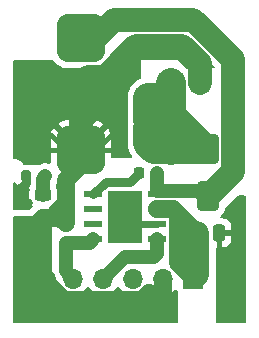
<source format=gbr>
%TF.GenerationSoftware,KiCad,Pcbnew,7.0.9*%
%TF.CreationDate,2024-06-25T19:37:56+09:00*%
%TF.ProjectId,08-REG_mod,30382d52-4547-45f6-9d6f-642e6b696361,rev?*%
%TF.SameCoordinates,Original*%
%TF.FileFunction,Copper,L1,Top*%
%TF.FilePolarity,Positive*%
%FSLAX46Y46*%
G04 Gerber Fmt 4.6, Leading zero omitted, Abs format (unit mm)*
G04 Created by KiCad (PCBNEW 7.0.9) date 2024-06-25 19:37:56*
%MOMM*%
%LPD*%
G01*
G04 APERTURE LIST*
G04 Aperture macros list*
%AMRoundRect*
0 Rectangle with rounded corners*
0 $1 Rounding radius*
0 $2 $3 $4 $5 $6 $7 $8 $9 X,Y pos of 4 corners*
0 Add a 4 corners polygon primitive as box body*
4,1,4,$2,$3,$4,$5,$6,$7,$8,$9,$2,$3,0*
0 Add four circle primitives for the rounded corners*
1,1,$1+$1,$2,$3*
1,1,$1+$1,$4,$5*
1,1,$1+$1,$6,$7*
1,1,$1+$1,$8,$9*
0 Add four rect primitives between the rounded corners*
20,1,$1+$1,$2,$3,$4,$5,0*
20,1,$1+$1,$4,$5,$6,$7,0*
20,1,$1+$1,$6,$7,$8,$9,0*
20,1,$1+$1,$8,$9,$2,$3,0*%
G04 Aperture macros list end*
%TA.AperFunction,SMDPad,CuDef*%
%ADD10RoundRect,0.250000X0.650000X-1.000000X0.650000X1.000000X-0.650000X1.000000X-0.650000X-1.000000X0*%
%TD*%
%TA.AperFunction,SMDPad,CuDef*%
%ADD11R,1.550000X0.600000*%
%TD*%
%TA.AperFunction,ComponentPad*%
%ADD12C,0.600000*%
%TD*%
%TA.AperFunction,SMDPad,CuDef*%
%ADD13R,2.600000X3.100000*%
%TD*%
%TA.AperFunction,SMDPad,CuDef*%
%ADD14R,2.950000X4.500000*%
%TD*%
%TA.AperFunction,SMDPad,CuDef*%
%ADD15RoundRect,0.250000X-0.250000X-0.475000X0.250000X-0.475000X0.250000X0.475000X-0.250000X0.475000X0*%
%TD*%
%TA.AperFunction,SMDPad,CuDef*%
%ADD16RoundRect,0.200000X-0.275000X0.200000X-0.275000X-0.200000X0.275000X-0.200000X0.275000X0.200000X0*%
%TD*%
%TA.AperFunction,SMDPad,CuDef*%
%ADD17RoundRect,0.225000X-0.225000X-0.250000X0.225000X-0.250000X0.225000X0.250000X-0.225000X0.250000X0*%
%TD*%
%TA.AperFunction,SMDPad,CuDef*%
%ADD18RoundRect,0.243750X-0.456250X0.243750X-0.456250X-0.243750X0.456250X-0.243750X0.456250X0.243750X0*%
%TD*%
%TA.AperFunction,SMDPad,CuDef*%
%ADD19RoundRect,0.200000X0.200000X0.275000X-0.200000X0.275000X-0.200000X-0.275000X0.200000X-0.275000X0*%
%TD*%
%TA.AperFunction,SMDPad,CuDef*%
%ADD20RoundRect,1.025000X1.025000X-1.025000X1.025000X1.025000X-1.025000X1.025000X-1.025000X-1.025000X0*%
%TD*%
%TA.AperFunction,ComponentPad*%
%ADD21R,1.600000X1.600000*%
%TD*%
%TA.AperFunction,ComponentPad*%
%ADD22C,1.600000*%
%TD*%
%TA.AperFunction,ComponentPad*%
%ADD23R,1.700000X1.700000*%
%TD*%
%TA.AperFunction,ComponentPad*%
%ADD24O,1.700000X1.700000*%
%TD*%
%TA.AperFunction,ViaPad*%
%ADD25C,0.800000*%
%TD*%
%TA.AperFunction,Conductor*%
%ADD26C,1.500000*%
%TD*%
%TA.AperFunction,Conductor*%
%ADD27C,2.000000*%
%TD*%
%TA.AperFunction,Conductor*%
%ADD28C,2.500000*%
%TD*%
%TA.AperFunction,Conductor*%
%ADD29C,0.800000*%
%TD*%
%TA.AperFunction,Conductor*%
%ADD30C,0.600000*%
%TD*%
%TA.AperFunction,Conductor*%
%ADD31C,0.400000*%
%TD*%
%TA.AperFunction,Conductor*%
%ADD32C,1.200000*%
%TD*%
G04 APERTURE END LIST*
D10*
%TO.P,D1,1,K*%
%TO.N,Net-(D1-K)*%
X119380000Y-71215000D03*
%TO.P,D1,2,A*%
%TO.N,GND*%
X119380000Y-67215000D03*
%TD*%
D11*
%TO.P,U1,1,BOOT*%
%TO.N,Net-(U1-BOOT)*%
X109660000Y-71015000D03*
%TO.P,U1,2,NC*%
%TO.N,unconnected-(U1-NC-Pad2)*%
X109660000Y-72285000D03*
%TO.P,U1,3,NC*%
%TO.N,unconnected-(U1-NC-Pad3)*%
X109660000Y-73555000D03*
%TO.P,U1,4,VSENSE*%
%TO.N,Trim*%
X109660000Y-74825000D03*
%TO.P,U1,5,EN*%
%TO.N,EN*%
X115060000Y-74825000D03*
%TO.P,U1,6,GND*%
%TO.N,GND*%
X115060000Y-73555000D03*
%TO.P,U1,7,VIN*%
%TO.N,VDD*%
X115060000Y-72285000D03*
%TO.P,U1,8,PH*%
%TO.N,Net-(D1-K)*%
X115060000Y-71015000D03*
D12*
%TO.P,U1,9,GNDPAD*%
%TO.N,GND*%
X111760000Y-71120000D03*
X111760000Y-72320000D03*
X111760000Y-73620000D03*
X111760000Y-74720000D03*
D13*
X112360000Y-72920000D03*
D14*
X112360000Y-72920000D03*
D12*
X112960000Y-71120000D03*
X112960000Y-72320000D03*
X112960000Y-73620000D03*
X112960000Y-74720000D03*
%TD*%
D15*
%TO.P,C1,1*%
%TO.N,VDD*%
X118430000Y-74295000D03*
%TO.P,C1,2*%
%TO.N,GND*%
X120330000Y-74295000D03*
%TD*%
D16*
%TO.P,R1,1*%
%TO.N,VOUT*%
X107315000Y-73470000D03*
%TO.P,R1,2*%
%TO.N,Trim*%
X107315000Y-75120000D03*
%TD*%
D17*
%TO.P,C2,1*%
%TO.N,Net-(U1-BOOT)*%
X113525000Y-69215000D03*
%TO.P,C2,2*%
%TO.N,Net-(D1-K)*%
X115075000Y-69215000D03*
%TD*%
D18*
%TO.P,D2,1,K*%
%TO.N,Net-(D2-K)*%
X105410000Y-71120000D03*
%TO.P,D2,2,A*%
%TO.N,VOUT*%
X105410000Y-72995000D03*
%TD*%
D19*
%TO.P,R2,1*%
%TO.N,Net-(D2-K)*%
X105600000Y-69517500D03*
%TO.P,R2,2*%
%TO.N,GND*%
X103950000Y-69517500D03*
%TD*%
D20*
%TO.P,L1,1*%
%TO.N,Net-(D1-K)*%
X108585000Y-57810000D03*
%TO.P,L1,2*%
%TO.N,VOUT*%
X108585000Y-67310000D03*
%TD*%
D21*
%TO.P,C3,1*%
%TO.N,VOUT*%
X118705000Y-61595000D03*
D22*
%TO.P,C3,2*%
%TO.N,GND*%
X116205000Y-61595000D03*
%TD*%
D23*
%TO.P,J1,1,Pin_1*%
%TO.N,VDD*%
X118105000Y-78175000D03*
D24*
%TO.P,J1,2,Pin_2*%
%TO.N,VOUT*%
X115565000Y-78175000D03*
%TO.P,J1,3,Pin_3*%
%TO.N,GND*%
X113025000Y-78175000D03*
%TO.P,J1,4,Pin_4*%
%TO.N,EN*%
X110485000Y-78175000D03*
%TO.P,J1,5,Pin_5*%
%TO.N,Trim*%
X107945000Y-78175000D03*
%TD*%
D25*
%TO.N,GND*%
X116205000Y-65405000D03*
X121920000Y-81280000D03*
X114300000Y-66675000D03*
X114300000Y-62865000D03*
X120650000Y-76835000D03*
X103505000Y-70485000D03*
X121920000Y-75565000D03*
X116205000Y-67310000D03*
X121920000Y-72390000D03*
X114300000Y-64770000D03*
X120650000Y-81280000D03*
X104140000Y-71755000D03*
%TD*%
D26*
%TO.N,VDD*%
X117855000Y-77850000D02*
X116840000Y-76835000D01*
X118430000Y-77850000D02*
X118105000Y-78175000D01*
X115060000Y-72285000D02*
X116420000Y-72285000D01*
X116840000Y-76835000D02*
X116840000Y-72705000D01*
X116420000Y-72285000D02*
X118430000Y-74295000D01*
X118430000Y-77850000D02*
X117855000Y-77850000D01*
X116840000Y-72705000D02*
X116420000Y-72285000D01*
D27*
X118430000Y-74295000D02*
X118430000Y-77850000D01*
D28*
%TO.N,GND*%
X114935000Y-64770000D02*
X114300000Y-65405000D01*
X114935000Y-62865000D02*
X114300000Y-62865000D01*
X116060000Y-67165000D02*
X116205000Y-67310000D01*
D29*
X103950000Y-69517500D02*
X103950000Y-70040000D01*
D28*
X114300000Y-66040000D02*
X114300000Y-66675000D01*
X114300000Y-66040000D02*
X117855000Y-66040000D01*
X114935000Y-64770000D02*
X114935000Y-64770000D01*
X116350000Y-67165000D02*
X119030000Y-67165000D01*
X119030000Y-67215000D02*
X117855000Y-66040000D01*
D30*
X115060000Y-73555000D02*
X113025000Y-73555000D01*
D28*
X114300000Y-64135000D02*
X114300000Y-64135000D01*
X117855000Y-66040000D02*
X116205000Y-64390000D01*
X114790000Y-67165000D02*
X116060000Y-67165000D01*
X114300000Y-64135000D02*
X114300000Y-64770000D01*
X116205000Y-67310000D02*
X116350000Y-67165000D01*
X116205000Y-64390000D02*
X116205000Y-61595000D01*
X114300000Y-66675000D02*
X114790000Y-67165000D01*
D31*
X113025000Y-73555000D02*
X112960000Y-73620000D01*
D28*
X114300000Y-64770000D02*
X114935000Y-64770000D01*
D29*
X103950000Y-70040000D02*
X103505000Y-70485000D01*
D28*
X119030000Y-67165000D02*
X119030000Y-67215000D01*
X114300000Y-62865000D02*
X114300000Y-64135000D01*
X114300000Y-65405000D02*
X114300000Y-66040000D01*
D29*
%TO.N,Net-(U1-BOOT)*%
X110715000Y-69960000D02*
X109660000Y-71015000D01*
X112780000Y-69960000D02*
X110715000Y-69960000D01*
X113525000Y-69215000D02*
X112780000Y-69960000D01*
D32*
%TO.N,Net-(D1-K)*%
X115075000Y-70720000D02*
X115060000Y-70735000D01*
X119380000Y-71215000D02*
X118900000Y-70735000D01*
D27*
X109855000Y-57785000D02*
X111395000Y-56245000D01*
X118110000Y-56245000D02*
X121480000Y-59615000D01*
X111395000Y-56245000D02*
X118110000Y-56245000D01*
X121480000Y-69115000D02*
X119380000Y-71215000D01*
D32*
X118900000Y-70735000D02*
X115060000Y-70735000D01*
X115075000Y-69215000D02*
X115075000Y-70720000D01*
D27*
X109855000Y-57810000D02*
X109855000Y-57785000D01*
X121480000Y-59615000D02*
X121480000Y-69115000D01*
D31*
%TO.N,VOUT*%
X109855000Y-67310000D02*
X111125000Y-66040000D01*
D26*
X115565000Y-80650000D02*
X115050000Y-81165000D01*
X105410000Y-77832032D02*
X105765000Y-78187032D01*
D27*
X117198730Y-58445000D02*
X118705000Y-59951270D01*
D26*
X105765000Y-78187032D02*
X105765000Y-78540585D01*
X105765000Y-78540585D02*
X107199415Y-79975000D01*
D27*
X109220000Y-61060000D02*
X110652500Y-61060000D01*
D26*
X107315000Y-73470000D02*
X107315000Y-71120000D01*
X113770585Y-79975000D02*
X114335293Y-79410292D01*
D31*
X108585000Y-67310000D02*
X105410000Y-67310000D01*
D26*
X115565000Y-78175000D02*
X115565000Y-80650000D01*
D27*
X110652500Y-61060000D02*
X113267500Y-58445000D01*
D26*
X107315000Y-71120000D02*
X107315000Y-69850000D01*
X104140000Y-78625000D02*
X104140000Y-74265000D01*
X107315000Y-69850000D02*
X109855000Y-67310000D01*
X114935001Y-80010000D02*
X115565000Y-80010000D01*
D27*
X113267500Y-58445000D02*
X117198730Y-58445000D01*
X108585000Y-67310000D02*
X108585000Y-61695000D01*
D31*
X108585000Y-67310000D02*
X109855000Y-67310000D01*
X108585000Y-67310000D02*
X111760000Y-67310000D01*
D26*
X106840000Y-72995000D02*
X107315000Y-73470000D01*
X106109999Y-72995000D02*
X107315000Y-71789999D01*
X115050000Y-81165000D02*
X106680000Y-81165000D01*
X107315000Y-71789999D02*
X107315000Y-71120000D01*
X105410000Y-72995000D02*
X105410000Y-77832032D01*
X107199415Y-79975000D02*
X113770585Y-79975000D01*
X114335293Y-79410292D02*
X114935001Y-80010000D01*
D27*
X108585000Y-64770000D02*
X111125000Y-62230000D01*
D31*
X107315000Y-67310000D02*
X106045000Y-66040000D01*
D27*
X118705000Y-59951270D02*
X118705000Y-61595000D01*
D26*
X106680000Y-81165000D02*
X104140000Y-78625000D01*
D27*
X108585000Y-61695000D02*
X109220000Y-61060000D01*
D26*
X105410000Y-72995000D02*
X106109999Y-72995000D01*
X105410000Y-72995000D02*
X106840000Y-72995000D01*
D27*
X108585000Y-67310000D02*
X108585000Y-64770000D01*
D26*
X104140000Y-74265000D02*
X105410000Y-72995000D01*
D32*
%TO.N,Net-(D2-K)*%
X105410000Y-69707500D02*
X105600000Y-69517500D01*
X105410000Y-71120000D02*
X105410000Y-69707500D01*
%TO.N,EN*%
X115060000Y-76075000D02*
X115060000Y-74825000D01*
X110485000Y-78175000D02*
X112335000Y-76325000D01*
X112335000Y-76325000D02*
X114810000Y-76325000D01*
X114810000Y-76325000D02*
X115060000Y-76075000D01*
%TO.N,Trim*%
X107315000Y-75120000D02*
X107315000Y-77545000D01*
X109660000Y-74825000D02*
X109365000Y-75120000D01*
X107315000Y-77545000D02*
X107945000Y-78175000D01*
X109365000Y-75120000D02*
X107315000Y-75120000D01*
%TD*%
%TA.AperFunction,Conductor*%
%TO.N,GND*%
G36*
X122497539Y-71139685D02*
G01*
X122543294Y-71192489D01*
X122554500Y-71244000D01*
X122554500Y-81790500D01*
X122534815Y-81857539D01*
X122482011Y-81903294D01*
X122430500Y-81914500D01*
X120139000Y-81914500D01*
X120071961Y-81894815D01*
X120026206Y-81842011D01*
X120015000Y-81790500D01*
X120015000Y-75636361D01*
X120034685Y-75569322D01*
X120051319Y-75548680D01*
X120080000Y-75519999D01*
X120080000Y-74545000D01*
X120580000Y-74545000D01*
X120580000Y-75519999D01*
X120629972Y-75519999D01*
X120629986Y-75519998D01*
X120732697Y-75509505D01*
X120899119Y-75454358D01*
X120899124Y-75454356D01*
X121048345Y-75362315D01*
X121172315Y-75238345D01*
X121264356Y-75089124D01*
X121264358Y-75089119D01*
X121319505Y-74922697D01*
X121319506Y-74922690D01*
X121329999Y-74819986D01*
X121330000Y-74819973D01*
X121330000Y-74545000D01*
X120580000Y-74545000D01*
X120080000Y-74545000D01*
X120080000Y-74169000D01*
X120099685Y-74101961D01*
X120152489Y-74056206D01*
X120204000Y-74045000D01*
X121329999Y-74045000D01*
X121329999Y-73770028D01*
X121329998Y-73770013D01*
X121319505Y-73667302D01*
X121264358Y-73500880D01*
X121264356Y-73500875D01*
X121172315Y-73351654D01*
X121048345Y-73227684D01*
X120899124Y-73135643D01*
X120899119Y-73135641D01*
X120732697Y-73080494D01*
X120732690Y-73080493D01*
X120629986Y-73070000D01*
X120510656Y-73070000D01*
X120443617Y-73050315D01*
X120397862Y-72997511D01*
X120387918Y-72928353D01*
X120416943Y-72864797D01*
X120445561Y-72840461D01*
X120498651Y-72807715D01*
X120498650Y-72807715D01*
X120498656Y-72807712D01*
X120622712Y-72683656D01*
X120714814Y-72534334D01*
X120769999Y-72367797D01*
X120776643Y-72302756D01*
X120803038Y-72238066D01*
X120812303Y-72227696D01*
X121883681Y-71156319D01*
X121945004Y-71122834D01*
X121971362Y-71120000D01*
X122430500Y-71120000D01*
X122497539Y-71139685D01*
G37*
%TD.AperFunction*%
%TD*%
%TA.AperFunction,Conductor*%
%TO.N,VOUT*%
G36*
X105603039Y-72764685D02*
G01*
X105648794Y-72817489D01*
X105660000Y-72869000D01*
X105660000Y-73982500D01*
X105918965Y-73982500D01*
X105918965Y-73983583D01*
X105982628Y-73998795D01*
X106031018Y-74049195D01*
X106045000Y-74106396D01*
X106045000Y-78105000D01*
X106295120Y-78105000D01*
X106362159Y-78124685D01*
X106392590Y-78152347D01*
X106424289Y-78192656D01*
X106426901Y-78196232D01*
X106462520Y-78248861D01*
X106462526Y-78248868D01*
X106487859Y-78274201D01*
X106492758Y-78279721D01*
X106514905Y-78307883D01*
X106514909Y-78307887D01*
X106562951Y-78349516D01*
X106566191Y-78352533D01*
X106581270Y-78367612D01*
X106613364Y-78423200D01*
X106671094Y-78638655D01*
X106671096Y-78638659D01*
X106671097Y-78638663D01*
X106751004Y-78810023D01*
X106770965Y-78852830D01*
X106770967Y-78852834D01*
X106840044Y-78951485D01*
X106906505Y-79046401D01*
X107073599Y-79213495D01*
X107150479Y-79267327D01*
X107267165Y-79349032D01*
X107267167Y-79349033D01*
X107267170Y-79349035D01*
X107481337Y-79448903D01*
X107709592Y-79510063D01*
X107886034Y-79525500D01*
X107944999Y-79530659D01*
X107945000Y-79530659D01*
X107945001Y-79530659D01*
X108003966Y-79525500D01*
X108180408Y-79510063D01*
X108408663Y-79448903D01*
X108622830Y-79349035D01*
X108816401Y-79213495D01*
X108983495Y-79046401D01*
X109113425Y-78860842D01*
X109168002Y-78817217D01*
X109237500Y-78810023D01*
X109299855Y-78841546D01*
X109316575Y-78860842D01*
X109446500Y-79046395D01*
X109446505Y-79046401D01*
X109613599Y-79213495D01*
X109690479Y-79267327D01*
X109807165Y-79349032D01*
X109807167Y-79349033D01*
X109807170Y-79349035D01*
X110021337Y-79448903D01*
X110249592Y-79510063D01*
X110426034Y-79525500D01*
X110484999Y-79530659D01*
X110485000Y-79530659D01*
X110485001Y-79530659D01*
X110543966Y-79525500D01*
X110720408Y-79510063D01*
X110948663Y-79448903D01*
X111162830Y-79349035D01*
X111356401Y-79213495D01*
X111523495Y-79046401D01*
X111653425Y-78860842D01*
X111708002Y-78817217D01*
X111777500Y-78810023D01*
X111839855Y-78841546D01*
X111856575Y-78860842D01*
X111986500Y-79046395D01*
X111986505Y-79046401D01*
X112153599Y-79213495D01*
X112230479Y-79267327D01*
X112347165Y-79349032D01*
X112347167Y-79349033D01*
X112347170Y-79349035D01*
X112561337Y-79448903D01*
X112789592Y-79510063D01*
X112966034Y-79525500D01*
X113024999Y-79530659D01*
X113025000Y-79530659D01*
X113025001Y-79530659D01*
X113083966Y-79525500D01*
X113260408Y-79510063D01*
X113488663Y-79448903D01*
X113702830Y-79349035D01*
X113896401Y-79213495D01*
X114063495Y-79046401D01*
X114193730Y-78860405D01*
X114248307Y-78816781D01*
X114317805Y-78809587D01*
X114380160Y-78841110D01*
X114396879Y-78860405D01*
X114526890Y-79046078D01*
X114693917Y-79213105D01*
X114887421Y-79348600D01*
X115101507Y-79448429D01*
X115101516Y-79448433D01*
X115315000Y-79505634D01*
X115315000Y-78610501D01*
X115422685Y-78659680D01*
X115529237Y-78675000D01*
X115600763Y-78675000D01*
X115707315Y-78659680D01*
X115815000Y-78610501D01*
X115815000Y-79505633D01*
X116028483Y-79448433D01*
X116028492Y-79448429D01*
X116242578Y-79348600D01*
X116436078Y-79213108D01*
X116558133Y-79091053D01*
X116619456Y-79057568D01*
X116689148Y-79062552D01*
X116745082Y-79104423D01*
X116761997Y-79135401D01*
X116811202Y-79267327D01*
X116811203Y-79267328D01*
X116811204Y-79267331D01*
X116815265Y-79272755D01*
X116839684Y-79338216D01*
X116840000Y-79347068D01*
X116840000Y-81790500D01*
X116820315Y-81857539D01*
X116767511Y-81903294D01*
X116716000Y-81914500D01*
X102994500Y-81914500D01*
X102927461Y-81894815D01*
X102881706Y-81842011D01*
X102870500Y-81790500D01*
X102870500Y-73245000D01*
X104210000Y-73245000D01*
X104210000Y-73288315D01*
X104220407Y-73390173D01*
X104275094Y-73555209D01*
X104275096Y-73555214D01*
X104366370Y-73703191D01*
X104489308Y-73826129D01*
X104637285Y-73917403D01*
X104637290Y-73917405D01*
X104802326Y-73972092D01*
X104904184Y-73982499D01*
X104904197Y-73982500D01*
X105160000Y-73982500D01*
X105160000Y-73245000D01*
X104210000Y-73245000D01*
X102870500Y-73245000D01*
X102870500Y-73019500D01*
X102890185Y-72952461D01*
X102942989Y-72906706D01*
X102994500Y-72895500D01*
X104208698Y-72895500D01*
X104208702Y-72895500D01*
X104235741Y-72894051D01*
X104235748Y-72894050D01*
X104235752Y-72894050D01*
X104235753Y-72894050D01*
X104275561Y-72889769D01*
X104328973Y-72881114D01*
X104463782Y-72830832D01*
X104525105Y-72797347D01*
X104561994Y-72769732D01*
X104627456Y-72745316D01*
X104636303Y-72745000D01*
X105536000Y-72745000D01*
X105603039Y-72764685D01*
G37*
%TD.AperFunction*%
%TA.AperFunction,Conductor*%
G36*
X106849530Y-69688109D02*
G01*
X106859500Y-69693530D01*
X106876413Y-69703754D01*
X107104827Y-69795684D01*
X107104834Y-69795686D01*
X107345031Y-69849782D01*
X107345041Y-69849784D01*
X107489734Y-69860000D01*
X107826000Y-69860000D01*
X107893039Y-69879685D01*
X107938794Y-69932489D01*
X107950000Y-69984000D01*
X107950000Y-72480461D01*
X107930315Y-72547500D01*
X107877511Y-72593255D01*
X107808353Y-72603199D01*
X107789110Y-72598847D01*
X107717101Y-72576408D01*
X107646572Y-72570000D01*
X107565000Y-72570000D01*
X107565000Y-73596000D01*
X107546207Y-73660000D01*
X107087028Y-73660000D01*
X107076206Y-73647511D01*
X107065000Y-73596000D01*
X107065000Y-72570000D01*
X107064999Y-72569999D01*
X106983417Y-72570000D01*
X106912897Y-72576408D01*
X106912892Y-72576409D01*
X106743441Y-72629213D01*
X106742905Y-72627493D01*
X106683153Y-72635743D01*
X106619761Y-72606363D01*
X106583781Y-72552110D01*
X106544905Y-72434790D01*
X106544903Y-72434785D01*
X106453629Y-72286808D01*
X106330690Y-72163869D01*
X106330685Y-72163865D01*
X106329822Y-72163333D01*
X106329353Y-72162812D01*
X106325023Y-72159388D01*
X106325608Y-72158648D01*
X106283096Y-72111386D01*
X106271873Y-72042424D01*
X106299716Y-71978341D01*
X106325398Y-71956086D01*
X106325336Y-71956007D01*
X106327106Y-71954607D01*
X106329820Y-71952255D01*
X106331003Y-71951526D01*
X106454026Y-71828503D01*
X106545362Y-71680425D01*
X106600087Y-71515275D01*
X106610500Y-71413348D01*
X106610500Y-70826652D01*
X106600087Y-70724725D01*
X106545362Y-70559575D01*
X106545358Y-70559568D01*
X106528961Y-70532984D01*
X106510500Y-70467888D01*
X106510500Y-70177993D01*
X106525668Y-70118566D01*
X106616248Y-69952682D01*
X106677238Y-69761887D01*
X106716399Y-69704027D01*
X106780628Y-69676523D01*
X106849530Y-69688109D01*
G37*
%TD.AperFunction*%
%TA.AperFunction,Conductor*%
G36*
X117504149Y-57765185D02*
G01*
X117524791Y-57781819D01*
X119903472Y-60160500D01*
X119936957Y-60221823D01*
X119931973Y-60291515D01*
X119890101Y-60347448D01*
X119824637Y-60371865D01*
X119756364Y-60357013D01*
X119753243Y-60355007D01*
X119747086Y-60351645D01*
X119612379Y-60301403D01*
X119612372Y-60301401D01*
X119552844Y-60295000D01*
X118955000Y-60295000D01*
X118955000Y-61279314D01*
X118943045Y-61267359D01*
X118830148Y-61209835D01*
X118736481Y-61195000D01*
X118673519Y-61195000D01*
X118579852Y-61209835D01*
X118466955Y-61267359D01*
X118455000Y-61279314D01*
X118455000Y-60295000D01*
X117857155Y-60295000D01*
X117797627Y-60301401D01*
X117797620Y-60301403D01*
X117662913Y-60351645D01*
X117662908Y-60351648D01*
X117655683Y-60357057D01*
X117590218Y-60381471D01*
X117521945Y-60366617D01*
X117495106Y-60339775D01*
X117492441Y-60342441D01*
X116840000Y-59690000D01*
X113665000Y-59690000D01*
X113665000Y-61149186D01*
X113645315Y-61216225D01*
X113592511Y-61261980D01*
X113586303Y-61264614D01*
X113538360Y-61283430D01*
X113483484Y-61315111D01*
X113479386Y-61317277D01*
X113422295Y-61344772D01*
X113422290Y-61344774D01*
X113369945Y-61380463D01*
X113366019Y-61382930D01*
X113311149Y-61414609D01*
X113261600Y-61454122D01*
X113257870Y-61456874D01*
X113205522Y-61492566D01*
X113205514Y-61492572D01*
X113159071Y-61535664D01*
X113155558Y-61538688D01*
X113106020Y-61578193D01*
X113062920Y-61624642D01*
X113059642Y-61627920D01*
X113013193Y-61671020D01*
X112973688Y-61720558D01*
X112970664Y-61724071D01*
X112927572Y-61770514D01*
X112927566Y-61770522D01*
X112891874Y-61822870D01*
X112889122Y-61826600D01*
X112849609Y-61876149D01*
X112817930Y-61931019D01*
X112815463Y-61934945D01*
X112779774Y-61987290D01*
X112779772Y-61987295D01*
X112752277Y-62044386D01*
X112750111Y-62048484D01*
X112718431Y-62103358D01*
X112695285Y-62162332D01*
X112693431Y-62166581D01*
X112665943Y-62223660D01*
X112665934Y-62223683D01*
X112647262Y-62284217D01*
X112645731Y-62288593D01*
X112622581Y-62347579D01*
X112622577Y-62347593D01*
X112608478Y-62409364D01*
X112607278Y-62413843D01*
X112588606Y-62474376D01*
X112588605Y-62474380D01*
X112588604Y-62474385D01*
X112585266Y-62496527D01*
X112579159Y-62537038D01*
X112578297Y-62541592D01*
X112564198Y-62603372D01*
X112564198Y-62603373D01*
X112559462Y-62666556D01*
X112558943Y-62671163D01*
X112549500Y-62733808D01*
X112549500Y-64901191D01*
X112558943Y-64963838D01*
X112559462Y-64968445D01*
X112564198Y-65031632D01*
X112570419Y-65058888D01*
X112572749Y-65100347D01*
X112572297Y-65104358D01*
X112571905Y-65107843D01*
X112570741Y-65114697D01*
X112564198Y-65143367D01*
X112564196Y-65143375D01*
X112556841Y-65241539D01*
X112545818Y-65339364D01*
X112549500Y-65437731D01*
X112549500Y-66642268D01*
X112545818Y-66740635D01*
X112556841Y-66838460D01*
X112564196Y-66936624D01*
X112564197Y-66936629D01*
X112570738Y-66965285D01*
X112571904Y-66972144D01*
X112575194Y-67001349D01*
X112600671Y-67096430D01*
X112622581Y-67192420D01*
X112633317Y-67219777D01*
X112635491Y-67226382D01*
X112643098Y-67254768D01*
X112643100Y-67254776D01*
X112682464Y-67344999D01*
X112718431Y-67436641D01*
X112718432Y-67436645D01*
X112733126Y-67462094D01*
X112736261Y-67468304D01*
X112748014Y-67495241D01*
X112748019Y-67495251D01*
X112800392Y-67578602D01*
X112849613Y-67663856D01*
X112867936Y-67686832D01*
X112871961Y-67692506D01*
X112887602Y-67717397D01*
X112907153Y-67740116D01*
X112935962Y-67803770D01*
X112925784Y-67872894D01*
X112879850Y-67925543D01*
X112813165Y-67945000D01*
X111259000Y-67945000D01*
X111191961Y-67925315D01*
X111146206Y-67872511D01*
X111135000Y-67821000D01*
X111135000Y-66214734D01*
X111124784Y-66070041D01*
X111124782Y-66070031D01*
X111070686Y-65829834D01*
X111070684Y-65829827D01*
X110978755Y-65601414D01*
X110853814Y-65394738D01*
X108672681Y-67575872D01*
X108611358Y-67609357D01*
X108541666Y-67604373D01*
X108497319Y-67575872D01*
X106316184Y-65394737D01*
X106316183Y-65394738D01*
X106191247Y-65601410D01*
X106191242Y-65601419D01*
X106099315Y-65829827D01*
X106099313Y-65829834D01*
X106045217Y-66070031D01*
X106045215Y-66070041D01*
X106035000Y-66214734D01*
X106035000Y-68328104D01*
X106015315Y-68395143D01*
X105962511Y-68440898D01*
X105893353Y-68450842D01*
X105890437Y-68450387D01*
X105678876Y-68414812D01*
X105678868Y-68414811D01*
X105678867Y-68414811D01*
X105573811Y-68417312D01*
X105468755Y-68419813D01*
X105468745Y-68419814D01*
X105263399Y-68464483D01*
X105263386Y-68464487D01*
X105070190Y-68547219D01*
X105053241Y-68558691D01*
X104986688Y-68579965D01*
X104983739Y-68580000D01*
X104397434Y-68580000D01*
X104360545Y-68574386D01*
X104350625Y-68571295D01*
X104277196Y-68548414D01*
X104206616Y-68542000D01*
X104206613Y-68542000D01*
X103817843Y-68542000D01*
X103750804Y-68522315D01*
X103705049Y-68469511D01*
X103698869Y-68452946D01*
X103695801Y-68442496D01*
X103618013Y-68321457D01*
X103618008Y-68321451D01*
X103572264Y-68268659D01*
X103572260Y-68268656D01*
X103572258Y-68268653D01*
X103463524Y-68174433D01*
X103463521Y-68174431D01*
X103463519Y-68174430D01*
X103332653Y-68114664D01*
X103332648Y-68114662D01*
X103332647Y-68114662D01*
X103310046Y-68108025D01*
X103265613Y-68094978D01*
X103265607Y-68094976D01*
X103180154Y-68082690D01*
X103123188Y-68074500D01*
X102994500Y-68074500D01*
X102927461Y-68054815D01*
X102881706Y-68002011D01*
X102870500Y-67950500D01*
X102870500Y-65041184D01*
X106669737Y-65041184D01*
X108585000Y-66956446D01*
X108585001Y-66956446D01*
X110500260Y-65041184D01*
X110293583Y-64916244D01*
X110293580Y-64916242D01*
X110065172Y-64824315D01*
X110065165Y-64824313D01*
X109824968Y-64770217D01*
X109824958Y-64770215D01*
X109680266Y-64760000D01*
X107489734Y-64760000D01*
X107345041Y-64770215D01*
X107345031Y-64770217D01*
X107104834Y-64824313D01*
X107104827Y-64824315D01*
X106876419Y-64916242D01*
X106876410Y-64916247D01*
X106669738Y-65041183D01*
X106669737Y-65041184D01*
X102870500Y-65041184D01*
X102870500Y-59814000D01*
X102890185Y-59746961D01*
X102942989Y-59701206D01*
X102994500Y-59690000D01*
X106227225Y-59690000D01*
X106294264Y-59709685D01*
X106321678Y-59733659D01*
X106477798Y-59917201D01*
X106587990Y-60010930D01*
X106665411Y-60076784D01*
X106876191Y-60204205D01*
X107104683Y-60296165D01*
X107344966Y-60350281D01*
X107489705Y-60360500D01*
X109680294Y-60360499D01*
X109825034Y-60350281D01*
X110065317Y-60296165D01*
X110293809Y-60204205D01*
X110504589Y-60076784D01*
X110692201Y-59917201D01*
X110851784Y-59729589D01*
X110979205Y-59518809D01*
X111071165Y-59290317D01*
X111116028Y-59091116D01*
X111149313Y-59030686D01*
X112398181Y-57781819D01*
X112459504Y-57748334D01*
X112485862Y-57745500D01*
X117437110Y-57745500D01*
X117504149Y-57765185D01*
G37*
%TD.AperFunction*%
%TD*%
%TA.AperFunction,Conductor*%
%TO.N,GND*%
G36*
X104143039Y-69287185D02*
G01*
X104188794Y-69339989D01*
X104200000Y-69391500D01*
X104200000Y-70492499D01*
X104218673Y-70511172D01*
X104252158Y-70572495D01*
X104248698Y-70637857D01*
X104219913Y-70724723D01*
X104209500Y-70826644D01*
X104209500Y-71413355D01*
X104219913Y-71515276D01*
X104274637Y-71680422D01*
X104274642Y-71680433D01*
X104365971Y-71828499D01*
X104365974Y-71828503D01*
X104494104Y-71956633D01*
X104493139Y-71957597D01*
X104529016Y-72008260D01*
X104532158Y-72078059D01*
X104505111Y-72130095D01*
X104497360Y-72138965D01*
X104494510Y-72142014D01*
X104282844Y-72353681D01*
X104221521Y-72387166D01*
X104195163Y-72390000D01*
X102994500Y-72390000D01*
X102927461Y-72370315D01*
X102881706Y-72317511D01*
X102870500Y-72266000D01*
X102870500Y-70134108D01*
X102890185Y-70067069D01*
X102942989Y-70021314D01*
X103012147Y-70011370D01*
X103075703Y-70040395D01*
X103102215Y-70076015D01*
X103103102Y-70075480D01*
X103194927Y-70227377D01*
X103315122Y-70347572D01*
X103460604Y-70435519D01*
X103460603Y-70435519D01*
X103622894Y-70486090D01*
X103622893Y-70486090D01*
X103693408Y-70492498D01*
X103693426Y-70492499D01*
X103699999Y-70492498D01*
X103700000Y-70492498D01*
X103700000Y-69391500D01*
X103719685Y-69324461D01*
X103772489Y-69278706D01*
X103824000Y-69267500D01*
X104076000Y-69267500D01*
X104143039Y-69287185D01*
G37*
%TD.AperFunction*%
%TD*%
M02*

</source>
